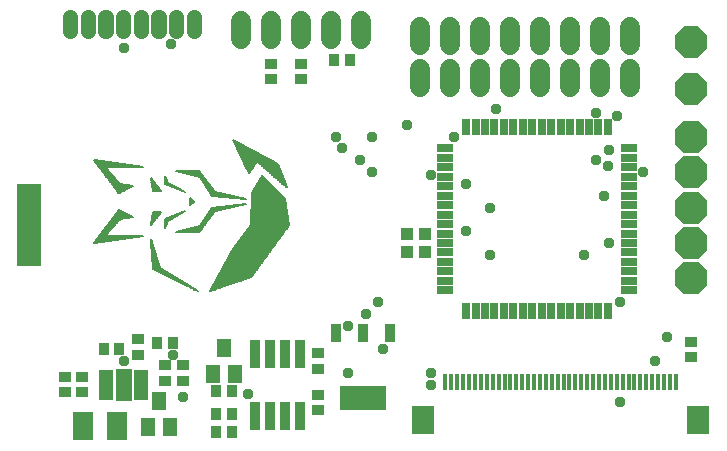
<source format=gts>
G75*
%MOIN*%
%OFA0B0*%
%FSLAX25Y25*%
%IPPOS*%
%LPD*%
%AMOC8*
5,1,8,0,0,1.08239X$1,22.5*
%
%ADD10R,0.07874X0.27559*%
%ADD11C,0.00600*%
%ADD12OC8,0.10800*%
%ADD13R,0.03556X0.04343*%
%ADD14R,0.04343X0.03556*%
%ADD15R,0.04737X0.06312*%
%ADD16R,0.07099X0.09461*%
%ADD17R,0.03950X0.03950*%
%ADD18C,0.06800*%
%ADD19OC8,0.10850*%
%ADD20R,0.03200X0.09500*%
%ADD21R,0.15800X0.08400*%
%ADD22R,0.03600X0.06400*%
%ADD23C,0.04550*%
%ADD24R,0.04737X0.02000*%
%ADD25R,0.05800X0.10800*%
%ADD26R,0.05500X0.03000*%
%ADD27R,0.03000X0.05500*%
%ADD28R,0.01575X0.05512*%
%ADD29R,0.07480X0.09252*%
%ADD30C,0.03778*%
D10*
X0008874Y0082429D03*
D11*
X0030528Y0076524D02*
X0046669Y0078886D01*
X0034071Y0078886D01*
X0039189Y0084398D01*
X0043520Y0085185D01*
X0038795Y0087547D01*
X0030528Y0076524D01*
X0030536Y0076534D02*
X0030601Y0076534D01*
X0030985Y0077133D02*
X0034691Y0077133D01*
X0034110Y0078928D02*
X0032331Y0078928D01*
X0031882Y0078330D02*
X0042871Y0078330D01*
X0038781Y0077731D02*
X0031433Y0077731D01*
X0032780Y0079527D02*
X0034666Y0079527D01*
X0035222Y0080125D02*
X0033229Y0080125D01*
X0033678Y0080724D02*
X0035778Y0080724D01*
X0036333Y0081322D02*
X0034127Y0081322D01*
X0034576Y0081921D02*
X0036889Y0081921D01*
X0037445Y0082520D02*
X0035024Y0082520D01*
X0035473Y0083118D02*
X0038001Y0083118D01*
X0038557Y0083717D02*
X0035922Y0083717D01*
X0036371Y0084315D02*
X0039112Y0084315D01*
X0037269Y0085512D02*
X0042866Y0085512D01*
X0042026Y0084914D02*
X0036820Y0084914D01*
X0037718Y0086111D02*
X0041669Y0086111D01*
X0040472Y0086709D02*
X0038167Y0086709D01*
X0038616Y0087308D02*
X0039275Y0087308D01*
X0038795Y0093059D02*
X0030528Y0104083D01*
X0046669Y0101720D01*
X0034071Y0101720D01*
X0039189Y0096209D01*
X0043520Y0095421D01*
X0038795Y0093059D01*
X0038620Y0093293D02*
X0039263Y0093293D01*
X0038171Y0093891D02*
X0040460Y0093891D01*
X0041657Y0094490D02*
X0037722Y0094490D01*
X0037273Y0095088D02*
X0042854Y0095088D01*
X0042059Y0095687D02*
X0036825Y0095687D01*
X0036376Y0096285D02*
X0039118Y0096285D01*
X0038562Y0096884D02*
X0035927Y0096884D01*
X0035478Y0097482D02*
X0038006Y0097482D01*
X0037451Y0098081D02*
X0035029Y0098081D01*
X0034580Y0098679D02*
X0036895Y0098679D01*
X0036339Y0099278D02*
X0034131Y0099278D01*
X0033682Y0099876D02*
X0035783Y0099876D01*
X0035228Y0100475D02*
X0033233Y0100475D01*
X0032785Y0101073D02*
X0034672Y0101073D01*
X0034116Y0101672D02*
X0032336Y0101672D01*
X0031887Y0102270D02*
X0042912Y0102270D01*
X0038822Y0102869D02*
X0031438Y0102869D01*
X0030989Y0103467D02*
X0034732Y0103467D01*
X0030642Y0104066D02*
X0030540Y0104066D01*
X0049425Y0098177D02*
X0050213Y0093846D01*
X0052969Y0093846D01*
X0049425Y0098177D01*
X0049443Y0098081D02*
X0049504Y0098081D01*
X0049552Y0097482D02*
X0049994Y0097482D01*
X0049660Y0096884D02*
X0050483Y0096884D01*
X0050973Y0096285D02*
X0049769Y0096285D01*
X0049878Y0095687D02*
X0051463Y0095687D01*
X0051953Y0095088D02*
X0049987Y0095088D01*
X0050096Y0094490D02*
X0052442Y0094490D01*
X0052932Y0093891D02*
X0050204Y0093891D01*
X0054150Y0096209D02*
X0060843Y0093453D01*
X0055331Y0096602D01*
X0054150Y0098965D01*
X0054150Y0096209D01*
X0054150Y0096285D02*
X0055886Y0096285D01*
X0055417Y0095687D02*
X0056933Y0095687D01*
X0056871Y0095088D02*
X0057980Y0095088D01*
X0058324Y0094490D02*
X0059028Y0094490D01*
X0059778Y0093891D02*
X0060075Y0093891D01*
X0062417Y0091484D02*
X0063992Y0090303D01*
X0062417Y0089122D01*
X0062417Y0091484D01*
X0062417Y0090899D02*
X0063198Y0090899D01*
X0062417Y0090300D02*
X0063988Y0090300D01*
X0063190Y0089702D02*
X0062417Y0089702D01*
X0060843Y0087154D02*
X0055331Y0084004D01*
X0054150Y0081642D01*
X0054150Y0084398D01*
X0060843Y0087154D01*
X0060065Y0086709D02*
X0059763Y0086709D01*
X0059017Y0086111D02*
X0058310Y0086111D01*
X0057970Y0085512D02*
X0056856Y0085512D01*
X0056923Y0084914D02*
X0055403Y0084914D01*
X0055875Y0084315D02*
X0054150Y0084315D01*
X0054150Y0083717D02*
X0055187Y0083717D01*
X0054888Y0083118D02*
X0054150Y0083118D01*
X0054150Y0082520D02*
X0054588Y0082520D01*
X0054289Y0081921D02*
X0054150Y0081921D01*
X0057693Y0080067D02*
X0065567Y0080067D01*
X0070685Y0087154D01*
X0081315Y0089516D01*
X0069898Y0088335D01*
X0065961Y0082035D01*
X0057693Y0080067D01*
X0057939Y0080125D02*
X0065609Y0080125D01*
X0066041Y0080724D02*
X0060452Y0080724D01*
X0062966Y0081322D02*
X0066474Y0081322D01*
X0066906Y0081921D02*
X0065480Y0081921D01*
X0066263Y0082520D02*
X0067338Y0082520D01*
X0067770Y0083118D02*
X0066637Y0083118D01*
X0067011Y0083717D02*
X0068203Y0083717D01*
X0068635Y0084315D02*
X0067385Y0084315D01*
X0067759Y0084914D02*
X0069067Y0084914D01*
X0069500Y0085512D02*
X0068134Y0085512D01*
X0068508Y0086111D02*
X0069932Y0086111D01*
X0070364Y0086709D02*
X0068882Y0086709D01*
X0069256Y0087308D02*
X0071378Y0087308D01*
X0071541Y0088505D02*
X0076765Y0088505D01*
X0077326Y0089103D02*
X0079458Y0089103D01*
X0079485Y0091497D02*
X0077384Y0091497D01*
X0076792Y0092096D02*
X0071599Y0092096D01*
X0071405Y0093293D02*
X0069259Y0093293D01*
X0068885Y0093891D02*
X0070368Y0093891D01*
X0070685Y0093453D02*
X0081315Y0091091D01*
X0069898Y0092272D01*
X0065961Y0098571D01*
X0057693Y0100539D01*
X0065567Y0100539D01*
X0070685Y0093453D01*
X0069936Y0094490D02*
X0068511Y0094490D01*
X0068137Y0095088D02*
X0069504Y0095088D01*
X0069072Y0095687D02*
X0067763Y0095687D01*
X0067389Y0096285D02*
X0068639Y0096285D01*
X0068207Y0096884D02*
X0067015Y0096884D01*
X0066641Y0097482D02*
X0067775Y0097482D01*
X0067343Y0098081D02*
X0066267Y0098081D01*
X0066910Y0098679D02*
X0065505Y0098679D01*
X0066478Y0099278D02*
X0062991Y0099278D01*
X0060478Y0099876D02*
X0066046Y0099876D01*
X0065614Y0100475D02*
X0057964Y0100475D01*
X0054292Y0098679D02*
X0054150Y0098679D01*
X0054150Y0098081D02*
X0054591Y0098081D01*
X0054891Y0097482D02*
X0054150Y0097482D01*
X0054150Y0096884D02*
X0055190Y0096884D01*
X0052969Y0086760D02*
X0050213Y0086760D01*
X0049425Y0082429D01*
X0052969Y0086760D01*
X0052927Y0086709D02*
X0050203Y0086709D01*
X0050095Y0086111D02*
X0052437Y0086111D01*
X0051948Y0085512D02*
X0049986Y0085512D01*
X0049877Y0084914D02*
X0051458Y0084914D01*
X0050968Y0084315D02*
X0049768Y0084315D01*
X0049659Y0083717D02*
X0050479Y0083717D01*
X0049989Y0083118D02*
X0049550Y0083118D01*
X0049499Y0082520D02*
X0049442Y0082520D01*
X0049425Y0077705D02*
X0052575Y0068256D01*
X0065173Y0060382D01*
X0050213Y0067862D01*
X0049425Y0077705D01*
X0049471Y0077133D02*
X0049616Y0077133D01*
X0049519Y0076534D02*
X0049815Y0076534D01*
X0050015Y0075936D02*
X0049567Y0075936D01*
X0049615Y0075337D02*
X0050214Y0075337D01*
X0050414Y0074739D02*
X0049662Y0074739D01*
X0049710Y0074140D02*
X0050613Y0074140D01*
X0050813Y0073542D02*
X0049758Y0073542D01*
X0049806Y0072943D02*
X0051012Y0072943D01*
X0051212Y0072345D02*
X0049854Y0072345D01*
X0049902Y0071746D02*
X0051411Y0071746D01*
X0051611Y0071148D02*
X0049950Y0071148D01*
X0049998Y0070549D02*
X0051810Y0070549D01*
X0052010Y0069951D02*
X0050046Y0069951D01*
X0050093Y0069352D02*
X0052209Y0069352D01*
X0052409Y0068754D02*
X0050141Y0068754D01*
X0050189Y0068155D02*
X0052736Y0068155D01*
X0053694Y0067557D02*
X0050824Y0067557D01*
X0052021Y0066958D02*
X0054651Y0066958D01*
X0055609Y0066360D02*
X0053218Y0066360D01*
X0054415Y0065761D02*
X0056566Y0065761D01*
X0055612Y0065163D02*
X0057524Y0065163D01*
X0056809Y0064564D02*
X0058482Y0064564D01*
X0058006Y0063966D02*
X0059439Y0063966D01*
X0059203Y0063367D02*
X0060397Y0063367D01*
X0060400Y0062769D02*
X0061354Y0062769D01*
X0061597Y0062170D02*
X0062312Y0062170D01*
X0062794Y0061572D02*
X0063270Y0061572D01*
X0063991Y0060973D02*
X0064227Y0060973D01*
X0069110Y0060382D02*
X0082890Y0065106D01*
X0095488Y0082429D01*
X0094307Y0091091D01*
X0086433Y0098965D01*
X0083283Y0093059D01*
X0082890Y0082429D01*
X0076984Y0074555D01*
X0069110Y0060382D01*
X0069439Y0060973D02*
X0070835Y0060973D01*
X0069771Y0061572D02*
X0072580Y0061572D01*
X0074326Y0062170D02*
X0070104Y0062170D01*
X0070436Y0062769D02*
X0076072Y0062769D01*
X0077817Y0063367D02*
X0070769Y0063367D01*
X0071101Y0063966D02*
X0079563Y0063966D01*
X0081309Y0064564D02*
X0071434Y0064564D01*
X0071766Y0065163D02*
X0082931Y0065163D01*
X0083366Y0065761D02*
X0072099Y0065761D01*
X0072431Y0066360D02*
X0083801Y0066360D01*
X0084237Y0066958D02*
X0072764Y0066958D01*
X0073096Y0067557D02*
X0084672Y0067557D01*
X0085107Y0068155D02*
X0073429Y0068155D01*
X0073761Y0068754D02*
X0085542Y0068754D01*
X0085978Y0069352D02*
X0074094Y0069352D01*
X0074426Y0069951D02*
X0086413Y0069951D01*
X0086848Y0070549D02*
X0074759Y0070549D01*
X0075091Y0071148D02*
X0087284Y0071148D01*
X0087719Y0071746D02*
X0075424Y0071746D01*
X0075756Y0072345D02*
X0088154Y0072345D01*
X0088589Y0072943D02*
X0076089Y0072943D01*
X0076421Y0073542D02*
X0089025Y0073542D01*
X0089460Y0074140D02*
X0076754Y0074140D01*
X0077122Y0074739D02*
X0089895Y0074739D01*
X0090331Y0075337D02*
X0077571Y0075337D01*
X0078020Y0075936D02*
X0090766Y0075936D01*
X0091201Y0076534D02*
X0078469Y0076534D01*
X0078918Y0077133D02*
X0091636Y0077133D01*
X0092072Y0077731D02*
X0079366Y0077731D01*
X0079815Y0078330D02*
X0092507Y0078330D01*
X0092942Y0078928D02*
X0080264Y0078928D01*
X0080713Y0079527D02*
X0093378Y0079527D01*
X0093813Y0080125D02*
X0081162Y0080125D01*
X0081611Y0080724D02*
X0094248Y0080724D01*
X0094683Y0081322D02*
X0082060Y0081322D01*
X0082509Y0081921D02*
X0095119Y0081921D01*
X0095476Y0082520D02*
X0082893Y0082520D01*
X0082915Y0083118D02*
X0095394Y0083118D01*
X0095313Y0083717D02*
X0082937Y0083717D01*
X0082960Y0084315D02*
X0095231Y0084315D01*
X0095149Y0084914D02*
X0082982Y0084914D01*
X0083004Y0085512D02*
X0095068Y0085512D01*
X0094986Y0086111D02*
X0083026Y0086111D01*
X0083048Y0086709D02*
X0094905Y0086709D01*
X0094823Y0087308D02*
X0083070Y0087308D01*
X0083093Y0087906D02*
X0094741Y0087906D01*
X0094660Y0088505D02*
X0083115Y0088505D01*
X0083137Y0089103D02*
X0094578Y0089103D01*
X0094496Y0089702D02*
X0083159Y0089702D01*
X0083181Y0090300D02*
X0094415Y0090300D01*
X0094333Y0090899D02*
X0083203Y0090899D01*
X0083226Y0091497D02*
X0093900Y0091497D01*
X0093302Y0092096D02*
X0083248Y0092096D01*
X0083270Y0092694D02*
X0092703Y0092694D01*
X0092105Y0093293D02*
X0083408Y0093293D01*
X0083727Y0093891D02*
X0091506Y0093891D01*
X0090908Y0094490D02*
X0084046Y0094490D01*
X0084366Y0095088D02*
X0090309Y0095088D01*
X0089711Y0095687D02*
X0084685Y0095687D01*
X0085004Y0096285D02*
X0089112Y0096285D01*
X0088514Y0096884D02*
X0085323Y0096884D01*
X0085643Y0097482D02*
X0087915Y0097482D01*
X0087317Y0098081D02*
X0085962Y0098081D01*
X0086281Y0098679D02*
X0086718Y0098679D01*
X0088511Y0100475D02*
X0092794Y0100475D01*
X0092585Y0101073D02*
X0087831Y0101073D01*
X0087150Y0101672D02*
X0092375Y0101672D01*
X0092166Y0102270D02*
X0086470Y0102270D01*
X0085790Y0102869D02*
X0091956Y0102869D01*
X0091945Y0102902D02*
X0094701Y0095028D01*
X0084858Y0103689D01*
X0082102Y0099752D01*
X0076984Y0110776D01*
X0091945Y0102902D01*
X0090870Y0103467D02*
X0085110Y0103467D01*
X0084703Y0103467D02*
X0080377Y0103467D01*
X0080655Y0102869D02*
X0084284Y0102869D01*
X0083865Y0102270D02*
X0080933Y0102270D01*
X0081211Y0101672D02*
X0083446Y0101672D01*
X0083027Y0101073D02*
X0081489Y0101073D01*
X0081767Y0100475D02*
X0082608Y0100475D01*
X0082189Y0099876D02*
X0082045Y0099876D01*
X0080099Y0104066D02*
X0089733Y0104066D01*
X0088595Y0104664D02*
X0079822Y0104664D01*
X0079544Y0105263D02*
X0087458Y0105263D01*
X0086321Y0105861D02*
X0079266Y0105861D01*
X0078988Y0106460D02*
X0085184Y0106460D01*
X0084047Y0107058D02*
X0078710Y0107058D01*
X0078432Y0107657D02*
X0082910Y0107657D01*
X0081772Y0108255D02*
X0078154Y0108255D01*
X0077876Y0108854D02*
X0080635Y0108854D01*
X0079498Y0109453D02*
X0077599Y0109453D01*
X0077321Y0110051D02*
X0078361Y0110051D01*
X0077224Y0110650D02*
X0077043Y0110650D01*
X0089191Y0099876D02*
X0093004Y0099876D01*
X0093213Y0099278D02*
X0089871Y0099278D01*
X0090551Y0098679D02*
X0093423Y0098679D01*
X0093632Y0098081D02*
X0091231Y0098081D01*
X0091911Y0097482D02*
X0093842Y0097482D01*
X0094051Y0096884D02*
X0092591Y0096884D01*
X0093272Y0096285D02*
X0094261Y0096285D01*
X0094470Y0095687D02*
X0093952Y0095687D01*
X0094632Y0095088D02*
X0094680Y0095088D01*
X0074099Y0092694D02*
X0069634Y0092694D01*
X0069630Y0087906D02*
X0074072Y0087906D01*
D12*
X0229346Y0127705D03*
X0229346Y0143453D03*
D13*
X0115764Y0137547D03*
X0110646Y0137547D03*
X0056709Y0043059D03*
X0051591Y0043059D03*
X0038992Y0041091D03*
X0033874Y0041091D03*
X0071276Y0027311D03*
X0076394Y0027311D03*
X0076394Y0019437D03*
X0071276Y0019437D03*
X0071276Y0013531D03*
X0076394Y0013531D03*
D14*
X0060055Y0030657D03*
X0054150Y0030657D03*
X0054150Y0035776D03*
X0060055Y0035776D03*
X0045094Y0039319D03*
X0045094Y0044437D03*
X0026591Y0031839D03*
X0020685Y0031839D03*
X0020685Y0026720D03*
X0026591Y0026720D03*
X0105331Y0025933D03*
X0105331Y0020815D03*
X0105331Y0034594D03*
X0105331Y0039713D03*
X0229346Y0038531D03*
X0229346Y0043650D03*
X0099425Y0131051D03*
X0099425Y0136169D03*
X0089583Y0136169D03*
X0089583Y0131051D03*
D15*
X0073835Y0041484D03*
X0077575Y0032823D03*
X0070094Y0032823D03*
X0052181Y0023768D03*
X0048441Y0015106D03*
X0055921Y0015106D03*
D16*
X0026984Y0015500D03*
X0038008Y0015500D03*
D17*
X0134858Y0073571D03*
X0140764Y0073571D03*
X0140764Y0079476D03*
X0134858Y0079476D03*
D18*
X0139228Y0128642D02*
X0139228Y0134642D01*
X0149228Y0134642D02*
X0149228Y0128642D01*
X0159228Y0128642D02*
X0159228Y0134642D01*
X0169228Y0134642D02*
X0169228Y0128642D01*
X0179228Y0128642D02*
X0179228Y0134642D01*
X0189228Y0134642D02*
X0189228Y0128642D01*
X0199228Y0128642D02*
X0199228Y0134642D01*
X0209228Y0134642D02*
X0209228Y0128642D01*
X0209228Y0142421D02*
X0209228Y0148421D01*
X0199228Y0148421D02*
X0199228Y0142421D01*
X0189228Y0142421D02*
X0189228Y0148421D01*
X0179228Y0148421D02*
X0179228Y0142421D01*
X0169228Y0142421D02*
X0169228Y0148421D01*
X0159228Y0148421D02*
X0159228Y0142421D01*
X0149228Y0142421D02*
X0149228Y0148421D01*
X0139228Y0148421D02*
X0139228Y0142421D01*
X0119425Y0144390D02*
X0119425Y0150390D01*
X0109425Y0150390D02*
X0109425Y0144390D01*
X0099425Y0144390D02*
X0099425Y0150390D01*
X0089425Y0150390D02*
X0089425Y0144390D01*
X0079425Y0144390D02*
X0079425Y0150390D01*
D19*
X0229346Y0111957D03*
X0229346Y0100146D03*
X0229346Y0088335D03*
X0229346Y0076524D03*
X0229346Y0064713D03*
D20*
X0099051Y0039580D03*
X0094051Y0039580D03*
X0089051Y0039580D03*
X0084051Y0039580D03*
X0084051Y0018980D03*
X0089051Y0018980D03*
X0094051Y0018980D03*
X0099051Y0018980D03*
D21*
X0120252Y0024949D03*
D22*
X0120252Y0046602D03*
X0129307Y0046602D03*
X0111197Y0046602D03*
D23*
X0064217Y0146933D02*
X0064217Y0151783D01*
X0064217Y0146933D02*
X0063767Y0146933D01*
X0063767Y0151783D01*
X0064217Y0151783D01*
X0064217Y0151482D02*
X0063767Y0151482D01*
X0058312Y0151783D02*
X0058312Y0146933D01*
X0057862Y0146933D01*
X0057862Y0151783D01*
X0058312Y0151783D01*
X0058312Y0151482D02*
X0057862Y0151482D01*
X0052406Y0151783D02*
X0052406Y0146933D01*
X0051956Y0146933D01*
X0051956Y0151783D01*
X0052406Y0151783D01*
X0052406Y0151482D02*
X0051956Y0151482D01*
X0046501Y0151783D02*
X0046501Y0146933D01*
X0046051Y0146933D01*
X0046051Y0151783D01*
X0046501Y0151783D01*
X0046501Y0151482D02*
X0046051Y0151482D01*
X0040595Y0151783D02*
X0040595Y0146933D01*
X0040145Y0146933D01*
X0040145Y0151783D01*
X0040595Y0151783D01*
X0040595Y0151482D02*
X0040145Y0151482D01*
X0034690Y0151783D02*
X0034690Y0146933D01*
X0034240Y0146933D01*
X0034240Y0151783D01*
X0034690Y0151783D01*
X0034690Y0151482D02*
X0034240Y0151482D01*
X0028784Y0151783D02*
X0028784Y0146933D01*
X0028334Y0146933D01*
X0028334Y0151783D01*
X0028784Y0151783D01*
X0028784Y0151482D02*
X0028334Y0151482D01*
X0022879Y0151783D02*
X0022879Y0146933D01*
X0022429Y0146933D01*
X0022429Y0151783D01*
X0022879Y0151783D01*
X0022879Y0151482D02*
X0022429Y0151482D01*
D24*
X0034661Y0033217D03*
X0034661Y0031248D03*
X0034661Y0029280D03*
X0034661Y0027311D03*
X0034661Y0025343D03*
X0046079Y0025343D03*
X0046079Y0027311D03*
X0046079Y0029280D03*
X0046079Y0031248D03*
X0046079Y0033217D03*
D25*
X0040370Y0029280D03*
D26*
X0147457Y0060776D03*
X0147457Y0063925D03*
X0147457Y0067075D03*
X0147457Y0070224D03*
X0147457Y0073374D03*
X0147457Y0076524D03*
X0147457Y0079673D03*
X0147457Y0082823D03*
X0147457Y0085972D03*
X0147457Y0089122D03*
X0147457Y0092272D03*
X0147457Y0095421D03*
X0147457Y0098571D03*
X0147457Y0101720D03*
X0147457Y0104870D03*
X0147457Y0108020D03*
X0208874Y0108020D03*
X0208874Y0104870D03*
X0208874Y0101720D03*
X0208874Y0098571D03*
X0208874Y0095421D03*
X0208874Y0092272D03*
X0208874Y0089122D03*
X0208874Y0085972D03*
X0208874Y0082823D03*
X0208874Y0079673D03*
X0208874Y0076524D03*
X0208874Y0073374D03*
X0208874Y0070224D03*
X0208874Y0067075D03*
X0208874Y0063925D03*
X0208874Y0060776D03*
D27*
X0201787Y0053689D03*
X0198638Y0053689D03*
X0195488Y0053689D03*
X0192339Y0053689D03*
X0189189Y0053689D03*
X0186039Y0053689D03*
X0182890Y0053689D03*
X0179740Y0053689D03*
X0176591Y0053689D03*
X0173441Y0053689D03*
X0170291Y0053689D03*
X0167142Y0053689D03*
X0163992Y0053689D03*
X0160843Y0053689D03*
X0157693Y0053689D03*
X0154543Y0053689D03*
X0154543Y0115106D03*
X0157693Y0115106D03*
X0160843Y0115106D03*
X0163992Y0115106D03*
X0167142Y0115106D03*
X0170291Y0115106D03*
X0173441Y0115106D03*
X0176591Y0115106D03*
X0179740Y0115106D03*
X0182890Y0115106D03*
X0186039Y0115106D03*
X0189189Y0115106D03*
X0192339Y0115106D03*
X0195488Y0115106D03*
X0198638Y0115106D03*
X0201787Y0115106D03*
D28*
X0200803Y0030264D03*
X0198835Y0030264D03*
X0196866Y0030264D03*
X0194898Y0030264D03*
X0192929Y0030264D03*
X0190961Y0030264D03*
X0188992Y0030264D03*
X0187024Y0030264D03*
X0185055Y0030264D03*
X0183087Y0030264D03*
X0181118Y0030264D03*
X0179150Y0030264D03*
X0177181Y0030264D03*
X0175213Y0030264D03*
X0173244Y0030264D03*
X0171276Y0030264D03*
X0169307Y0030264D03*
X0167339Y0030264D03*
X0165370Y0030264D03*
X0163402Y0030264D03*
X0161433Y0030264D03*
X0159465Y0030264D03*
X0157496Y0030264D03*
X0155528Y0030264D03*
X0153559Y0030264D03*
X0151591Y0030264D03*
X0149622Y0030264D03*
X0147654Y0030264D03*
X0202772Y0030264D03*
X0204740Y0030264D03*
X0206709Y0030264D03*
X0208677Y0030264D03*
X0210646Y0030264D03*
X0212614Y0030264D03*
X0214583Y0030264D03*
X0216551Y0030264D03*
X0218520Y0030264D03*
X0220488Y0030264D03*
X0222457Y0030264D03*
X0224425Y0030264D03*
D29*
X0231906Y0017469D03*
X0140173Y0017469D03*
D30*
X0142732Y0029280D03*
X0142732Y0033134D03*
X0126984Y0041091D03*
X0115173Y0048965D03*
X0121079Y0052902D03*
X0125016Y0056839D03*
X0115173Y0033217D03*
X0081709Y0026330D03*
X0060055Y0025343D03*
X0056766Y0039198D03*
X0040370Y0037154D03*
X0123047Y0100146D03*
X0119110Y0104083D03*
X0113205Y0108020D03*
X0111236Y0111957D03*
X0123047Y0111957D03*
X0134728Y0115763D03*
X0150606Y0111957D03*
X0164386Y0121153D03*
X0142732Y0099305D03*
X0154543Y0096209D03*
X0162417Y0088335D03*
X0154543Y0080461D03*
X0162417Y0072587D03*
X0193913Y0072587D03*
X0202176Y0076524D03*
X0200577Y0092272D03*
X0201787Y0102114D03*
X0197850Y0104083D03*
X0202295Y0107512D03*
X0213598Y0100146D03*
X0204822Y0118765D03*
X0197850Y0119831D03*
X0205724Y0056839D03*
X0221472Y0045028D03*
X0217535Y0037154D03*
X0205724Y0023374D03*
X0040370Y0141484D03*
X0056118Y0142969D03*
M02*

</source>
